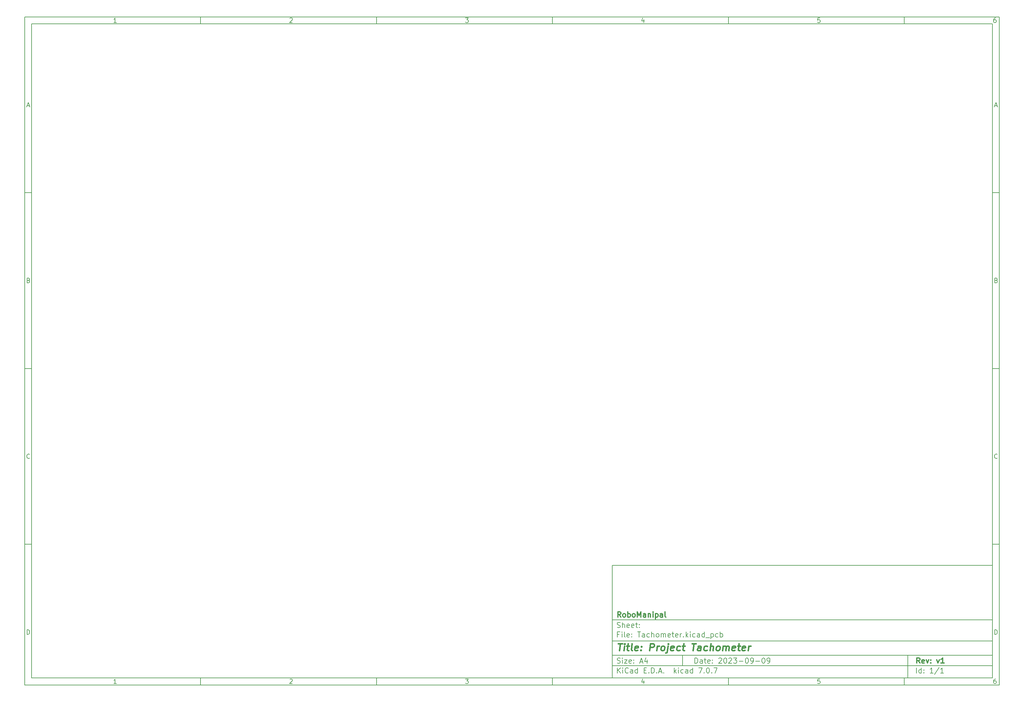
<source format=gbr>
%TF.GenerationSoftware,KiCad,Pcbnew,7.0.7*%
%TF.CreationDate,2023-09-17T23:44:39+05:30*%
%TF.ProjectId,Tachometer,54616368-6f6d-4657-9465-722e6b696361,v1*%
%TF.SameCoordinates,Original*%
%TF.FileFunction,Other,Comment*%
%FSLAX46Y46*%
G04 Gerber Fmt 4.6, Leading zero omitted, Abs format (unit mm)*
G04 Created by KiCad (PCBNEW 7.0.7) date 2023-09-17 23:44:39*
%MOMM*%
%LPD*%
G01*
G04 APERTURE LIST*
%ADD10C,0.100000*%
%ADD11C,0.150000*%
%ADD12C,0.300000*%
%ADD13C,0.400000*%
G04 APERTURE END LIST*
D10*
D11*
X177002200Y-166007200D02*
X285002200Y-166007200D01*
X285002200Y-198007200D01*
X177002200Y-198007200D01*
X177002200Y-166007200D01*
D10*
D11*
X10000000Y-10000000D02*
X287002200Y-10000000D01*
X287002200Y-200007200D01*
X10000000Y-200007200D01*
X10000000Y-10000000D01*
D10*
D11*
X12000000Y-12000000D02*
X285002200Y-12000000D01*
X285002200Y-198007200D01*
X12000000Y-198007200D01*
X12000000Y-12000000D01*
D10*
D11*
X60000000Y-12000000D02*
X60000000Y-10000000D01*
D10*
D11*
X110000000Y-12000000D02*
X110000000Y-10000000D01*
D10*
D11*
X160000000Y-12000000D02*
X160000000Y-10000000D01*
D10*
D11*
X210000000Y-12000000D02*
X210000000Y-10000000D01*
D10*
D11*
X260000000Y-12000000D02*
X260000000Y-10000000D01*
D10*
D11*
X36089160Y-11593604D02*
X35346303Y-11593604D01*
X35717731Y-11593604D02*
X35717731Y-10293604D01*
X35717731Y-10293604D02*
X35593922Y-10479319D01*
X35593922Y-10479319D02*
X35470112Y-10603128D01*
X35470112Y-10603128D02*
X35346303Y-10665033D01*
D10*
D11*
X85346303Y-10417414D02*
X85408207Y-10355509D01*
X85408207Y-10355509D02*
X85532017Y-10293604D01*
X85532017Y-10293604D02*
X85841541Y-10293604D01*
X85841541Y-10293604D02*
X85965350Y-10355509D01*
X85965350Y-10355509D02*
X86027255Y-10417414D01*
X86027255Y-10417414D02*
X86089160Y-10541223D01*
X86089160Y-10541223D02*
X86089160Y-10665033D01*
X86089160Y-10665033D02*
X86027255Y-10850747D01*
X86027255Y-10850747D02*
X85284398Y-11593604D01*
X85284398Y-11593604D02*
X86089160Y-11593604D01*
D10*
D11*
X135284398Y-10293604D02*
X136089160Y-10293604D01*
X136089160Y-10293604D02*
X135655826Y-10788842D01*
X135655826Y-10788842D02*
X135841541Y-10788842D01*
X135841541Y-10788842D02*
X135965350Y-10850747D01*
X135965350Y-10850747D02*
X136027255Y-10912652D01*
X136027255Y-10912652D02*
X136089160Y-11036461D01*
X136089160Y-11036461D02*
X136089160Y-11345985D01*
X136089160Y-11345985D02*
X136027255Y-11469795D01*
X136027255Y-11469795D02*
X135965350Y-11531700D01*
X135965350Y-11531700D02*
X135841541Y-11593604D01*
X135841541Y-11593604D02*
X135470112Y-11593604D01*
X135470112Y-11593604D02*
X135346303Y-11531700D01*
X135346303Y-11531700D02*
X135284398Y-11469795D01*
D10*
D11*
X185965350Y-10726938D02*
X185965350Y-11593604D01*
X185655826Y-10231700D02*
X185346303Y-11160271D01*
X185346303Y-11160271D02*
X186151064Y-11160271D01*
D10*
D11*
X236027255Y-10293604D02*
X235408207Y-10293604D01*
X235408207Y-10293604D02*
X235346303Y-10912652D01*
X235346303Y-10912652D02*
X235408207Y-10850747D01*
X235408207Y-10850747D02*
X235532017Y-10788842D01*
X235532017Y-10788842D02*
X235841541Y-10788842D01*
X235841541Y-10788842D02*
X235965350Y-10850747D01*
X235965350Y-10850747D02*
X236027255Y-10912652D01*
X236027255Y-10912652D02*
X236089160Y-11036461D01*
X236089160Y-11036461D02*
X236089160Y-11345985D01*
X236089160Y-11345985D02*
X236027255Y-11469795D01*
X236027255Y-11469795D02*
X235965350Y-11531700D01*
X235965350Y-11531700D02*
X235841541Y-11593604D01*
X235841541Y-11593604D02*
X235532017Y-11593604D01*
X235532017Y-11593604D02*
X235408207Y-11531700D01*
X235408207Y-11531700D02*
X235346303Y-11469795D01*
D10*
D11*
X285965350Y-10293604D02*
X285717731Y-10293604D01*
X285717731Y-10293604D02*
X285593922Y-10355509D01*
X285593922Y-10355509D02*
X285532017Y-10417414D01*
X285532017Y-10417414D02*
X285408207Y-10603128D01*
X285408207Y-10603128D02*
X285346303Y-10850747D01*
X285346303Y-10850747D02*
X285346303Y-11345985D01*
X285346303Y-11345985D02*
X285408207Y-11469795D01*
X285408207Y-11469795D02*
X285470112Y-11531700D01*
X285470112Y-11531700D02*
X285593922Y-11593604D01*
X285593922Y-11593604D02*
X285841541Y-11593604D01*
X285841541Y-11593604D02*
X285965350Y-11531700D01*
X285965350Y-11531700D02*
X286027255Y-11469795D01*
X286027255Y-11469795D02*
X286089160Y-11345985D01*
X286089160Y-11345985D02*
X286089160Y-11036461D01*
X286089160Y-11036461D02*
X286027255Y-10912652D01*
X286027255Y-10912652D02*
X285965350Y-10850747D01*
X285965350Y-10850747D02*
X285841541Y-10788842D01*
X285841541Y-10788842D02*
X285593922Y-10788842D01*
X285593922Y-10788842D02*
X285470112Y-10850747D01*
X285470112Y-10850747D02*
X285408207Y-10912652D01*
X285408207Y-10912652D02*
X285346303Y-11036461D01*
D10*
D11*
X60000000Y-198007200D02*
X60000000Y-200007200D01*
D10*
D11*
X110000000Y-198007200D02*
X110000000Y-200007200D01*
D10*
D11*
X160000000Y-198007200D02*
X160000000Y-200007200D01*
D10*
D11*
X210000000Y-198007200D02*
X210000000Y-200007200D01*
D10*
D11*
X260000000Y-198007200D02*
X260000000Y-200007200D01*
D10*
D11*
X36089160Y-199600804D02*
X35346303Y-199600804D01*
X35717731Y-199600804D02*
X35717731Y-198300804D01*
X35717731Y-198300804D02*
X35593922Y-198486519D01*
X35593922Y-198486519D02*
X35470112Y-198610328D01*
X35470112Y-198610328D02*
X35346303Y-198672233D01*
D10*
D11*
X85346303Y-198424614D02*
X85408207Y-198362709D01*
X85408207Y-198362709D02*
X85532017Y-198300804D01*
X85532017Y-198300804D02*
X85841541Y-198300804D01*
X85841541Y-198300804D02*
X85965350Y-198362709D01*
X85965350Y-198362709D02*
X86027255Y-198424614D01*
X86027255Y-198424614D02*
X86089160Y-198548423D01*
X86089160Y-198548423D02*
X86089160Y-198672233D01*
X86089160Y-198672233D02*
X86027255Y-198857947D01*
X86027255Y-198857947D02*
X85284398Y-199600804D01*
X85284398Y-199600804D02*
X86089160Y-199600804D01*
D10*
D11*
X135284398Y-198300804D02*
X136089160Y-198300804D01*
X136089160Y-198300804D02*
X135655826Y-198796042D01*
X135655826Y-198796042D02*
X135841541Y-198796042D01*
X135841541Y-198796042D02*
X135965350Y-198857947D01*
X135965350Y-198857947D02*
X136027255Y-198919852D01*
X136027255Y-198919852D02*
X136089160Y-199043661D01*
X136089160Y-199043661D02*
X136089160Y-199353185D01*
X136089160Y-199353185D02*
X136027255Y-199476995D01*
X136027255Y-199476995D02*
X135965350Y-199538900D01*
X135965350Y-199538900D02*
X135841541Y-199600804D01*
X135841541Y-199600804D02*
X135470112Y-199600804D01*
X135470112Y-199600804D02*
X135346303Y-199538900D01*
X135346303Y-199538900D02*
X135284398Y-199476995D01*
D10*
D11*
X185965350Y-198734138D02*
X185965350Y-199600804D01*
X185655826Y-198238900D02*
X185346303Y-199167471D01*
X185346303Y-199167471D02*
X186151064Y-199167471D01*
D10*
D11*
X236027255Y-198300804D02*
X235408207Y-198300804D01*
X235408207Y-198300804D02*
X235346303Y-198919852D01*
X235346303Y-198919852D02*
X235408207Y-198857947D01*
X235408207Y-198857947D02*
X235532017Y-198796042D01*
X235532017Y-198796042D02*
X235841541Y-198796042D01*
X235841541Y-198796042D02*
X235965350Y-198857947D01*
X235965350Y-198857947D02*
X236027255Y-198919852D01*
X236027255Y-198919852D02*
X236089160Y-199043661D01*
X236089160Y-199043661D02*
X236089160Y-199353185D01*
X236089160Y-199353185D02*
X236027255Y-199476995D01*
X236027255Y-199476995D02*
X235965350Y-199538900D01*
X235965350Y-199538900D02*
X235841541Y-199600804D01*
X235841541Y-199600804D02*
X235532017Y-199600804D01*
X235532017Y-199600804D02*
X235408207Y-199538900D01*
X235408207Y-199538900D02*
X235346303Y-199476995D01*
D10*
D11*
X285965350Y-198300804D02*
X285717731Y-198300804D01*
X285717731Y-198300804D02*
X285593922Y-198362709D01*
X285593922Y-198362709D02*
X285532017Y-198424614D01*
X285532017Y-198424614D02*
X285408207Y-198610328D01*
X285408207Y-198610328D02*
X285346303Y-198857947D01*
X285346303Y-198857947D02*
X285346303Y-199353185D01*
X285346303Y-199353185D02*
X285408207Y-199476995D01*
X285408207Y-199476995D02*
X285470112Y-199538900D01*
X285470112Y-199538900D02*
X285593922Y-199600804D01*
X285593922Y-199600804D02*
X285841541Y-199600804D01*
X285841541Y-199600804D02*
X285965350Y-199538900D01*
X285965350Y-199538900D02*
X286027255Y-199476995D01*
X286027255Y-199476995D02*
X286089160Y-199353185D01*
X286089160Y-199353185D02*
X286089160Y-199043661D01*
X286089160Y-199043661D02*
X286027255Y-198919852D01*
X286027255Y-198919852D02*
X285965350Y-198857947D01*
X285965350Y-198857947D02*
X285841541Y-198796042D01*
X285841541Y-198796042D02*
X285593922Y-198796042D01*
X285593922Y-198796042D02*
X285470112Y-198857947D01*
X285470112Y-198857947D02*
X285408207Y-198919852D01*
X285408207Y-198919852D02*
X285346303Y-199043661D01*
D10*
D11*
X10000000Y-60000000D02*
X12000000Y-60000000D01*
D10*
D11*
X10000000Y-110000000D02*
X12000000Y-110000000D01*
D10*
D11*
X10000000Y-160000000D02*
X12000000Y-160000000D01*
D10*
D11*
X10690476Y-35222176D02*
X11309523Y-35222176D01*
X10566666Y-35593604D02*
X10999999Y-34293604D01*
X10999999Y-34293604D02*
X11433333Y-35593604D01*
D10*
D11*
X11092857Y-84912652D02*
X11278571Y-84974557D01*
X11278571Y-84974557D02*
X11340476Y-85036461D01*
X11340476Y-85036461D02*
X11402380Y-85160271D01*
X11402380Y-85160271D02*
X11402380Y-85345985D01*
X11402380Y-85345985D02*
X11340476Y-85469795D01*
X11340476Y-85469795D02*
X11278571Y-85531700D01*
X11278571Y-85531700D02*
X11154761Y-85593604D01*
X11154761Y-85593604D02*
X10659523Y-85593604D01*
X10659523Y-85593604D02*
X10659523Y-84293604D01*
X10659523Y-84293604D02*
X11092857Y-84293604D01*
X11092857Y-84293604D02*
X11216666Y-84355509D01*
X11216666Y-84355509D02*
X11278571Y-84417414D01*
X11278571Y-84417414D02*
X11340476Y-84541223D01*
X11340476Y-84541223D02*
X11340476Y-84665033D01*
X11340476Y-84665033D02*
X11278571Y-84788842D01*
X11278571Y-84788842D02*
X11216666Y-84850747D01*
X11216666Y-84850747D02*
X11092857Y-84912652D01*
X11092857Y-84912652D02*
X10659523Y-84912652D01*
D10*
D11*
X11402380Y-135469795D02*
X11340476Y-135531700D01*
X11340476Y-135531700D02*
X11154761Y-135593604D01*
X11154761Y-135593604D02*
X11030952Y-135593604D01*
X11030952Y-135593604D02*
X10845238Y-135531700D01*
X10845238Y-135531700D02*
X10721428Y-135407890D01*
X10721428Y-135407890D02*
X10659523Y-135284080D01*
X10659523Y-135284080D02*
X10597619Y-135036461D01*
X10597619Y-135036461D02*
X10597619Y-134850747D01*
X10597619Y-134850747D02*
X10659523Y-134603128D01*
X10659523Y-134603128D02*
X10721428Y-134479319D01*
X10721428Y-134479319D02*
X10845238Y-134355509D01*
X10845238Y-134355509D02*
X11030952Y-134293604D01*
X11030952Y-134293604D02*
X11154761Y-134293604D01*
X11154761Y-134293604D02*
X11340476Y-134355509D01*
X11340476Y-134355509D02*
X11402380Y-134417414D01*
D10*
D11*
X10659523Y-185593604D02*
X10659523Y-184293604D01*
X10659523Y-184293604D02*
X10969047Y-184293604D01*
X10969047Y-184293604D02*
X11154761Y-184355509D01*
X11154761Y-184355509D02*
X11278571Y-184479319D01*
X11278571Y-184479319D02*
X11340476Y-184603128D01*
X11340476Y-184603128D02*
X11402380Y-184850747D01*
X11402380Y-184850747D02*
X11402380Y-185036461D01*
X11402380Y-185036461D02*
X11340476Y-185284080D01*
X11340476Y-185284080D02*
X11278571Y-185407890D01*
X11278571Y-185407890D02*
X11154761Y-185531700D01*
X11154761Y-185531700D02*
X10969047Y-185593604D01*
X10969047Y-185593604D02*
X10659523Y-185593604D01*
D10*
D11*
X287002200Y-60000000D02*
X285002200Y-60000000D01*
D10*
D11*
X287002200Y-110000000D02*
X285002200Y-110000000D01*
D10*
D11*
X287002200Y-160000000D02*
X285002200Y-160000000D01*
D10*
D11*
X285692676Y-35222176D02*
X286311723Y-35222176D01*
X285568866Y-35593604D02*
X286002199Y-34293604D01*
X286002199Y-34293604D02*
X286435533Y-35593604D01*
D10*
D11*
X286095057Y-84912652D02*
X286280771Y-84974557D01*
X286280771Y-84974557D02*
X286342676Y-85036461D01*
X286342676Y-85036461D02*
X286404580Y-85160271D01*
X286404580Y-85160271D02*
X286404580Y-85345985D01*
X286404580Y-85345985D02*
X286342676Y-85469795D01*
X286342676Y-85469795D02*
X286280771Y-85531700D01*
X286280771Y-85531700D02*
X286156961Y-85593604D01*
X286156961Y-85593604D02*
X285661723Y-85593604D01*
X285661723Y-85593604D02*
X285661723Y-84293604D01*
X285661723Y-84293604D02*
X286095057Y-84293604D01*
X286095057Y-84293604D02*
X286218866Y-84355509D01*
X286218866Y-84355509D02*
X286280771Y-84417414D01*
X286280771Y-84417414D02*
X286342676Y-84541223D01*
X286342676Y-84541223D02*
X286342676Y-84665033D01*
X286342676Y-84665033D02*
X286280771Y-84788842D01*
X286280771Y-84788842D02*
X286218866Y-84850747D01*
X286218866Y-84850747D02*
X286095057Y-84912652D01*
X286095057Y-84912652D02*
X285661723Y-84912652D01*
D10*
D11*
X286404580Y-135469795D02*
X286342676Y-135531700D01*
X286342676Y-135531700D02*
X286156961Y-135593604D01*
X286156961Y-135593604D02*
X286033152Y-135593604D01*
X286033152Y-135593604D02*
X285847438Y-135531700D01*
X285847438Y-135531700D02*
X285723628Y-135407890D01*
X285723628Y-135407890D02*
X285661723Y-135284080D01*
X285661723Y-135284080D02*
X285599819Y-135036461D01*
X285599819Y-135036461D02*
X285599819Y-134850747D01*
X285599819Y-134850747D02*
X285661723Y-134603128D01*
X285661723Y-134603128D02*
X285723628Y-134479319D01*
X285723628Y-134479319D02*
X285847438Y-134355509D01*
X285847438Y-134355509D02*
X286033152Y-134293604D01*
X286033152Y-134293604D02*
X286156961Y-134293604D01*
X286156961Y-134293604D02*
X286342676Y-134355509D01*
X286342676Y-134355509D02*
X286404580Y-134417414D01*
D10*
D11*
X285661723Y-185593604D02*
X285661723Y-184293604D01*
X285661723Y-184293604D02*
X285971247Y-184293604D01*
X285971247Y-184293604D02*
X286156961Y-184355509D01*
X286156961Y-184355509D02*
X286280771Y-184479319D01*
X286280771Y-184479319D02*
X286342676Y-184603128D01*
X286342676Y-184603128D02*
X286404580Y-184850747D01*
X286404580Y-184850747D02*
X286404580Y-185036461D01*
X286404580Y-185036461D02*
X286342676Y-185284080D01*
X286342676Y-185284080D02*
X286280771Y-185407890D01*
X286280771Y-185407890D02*
X286156961Y-185531700D01*
X286156961Y-185531700D02*
X285971247Y-185593604D01*
X285971247Y-185593604D02*
X285661723Y-185593604D01*
D10*
D11*
X200458026Y-193793328D02*
X200458026Y-192293328D01*
X200458026Y-192293328D02*
X200815169Y-192293328D01*
X200815169Y-192293328D02*
X201029455Y-192364757D01*
X201029455Y-192364757D02*
X201172312Y-192507614D01*
X201172312Y-192507614D02*
X201243741Y-192650471D01*
X201243741Y-192650471D02*
X201315169Y-192936185D01*
X201315169Y-192936185D02*
X201315169Y-193150471D01*
X201315169Y-193150471D02*
X201243741Y-193436185D01*
X201243741Y-193436185D02*
X201172312Y-193579042D01*
X201172312Y-193579042D02*
X201029455Y-193721900D01*
X201029455Y-193721900D02*
X200815169Y-193793328D01*
X200815169Y-193793328D02*
X200458026Y-193793328D01*
X202600884Y-193793328D02*
X202600884Y-193007614D01*
X202600884Y-193007614D02*
X202529455Y-192864757D01*
X202529455Y-192864757D02*
X202386598Y-192793328D01*
X202386598Y-192793328D02*
X202100884Y-192793328D01*
X202100884Y-192793328D02*
X201958026Y-192864757D01*
X202600884Y-193721900D02*
X202458026Y-193793328D01*
X202458026Y-193793328D02*
X202100884Y-193793328D01*
X202100884Y-193793328D02*
X201958026Y-193721900D01*
X201958026Y-193721900D02*
X201886598Y-193579042D01*
X201886598Y-193579042D02*
X201886598Y-193436185D01*
X201886598Y-193436185D02*
X201958026Y-193293328D01*
X201958026Y-193293328D02*
X202100884Y-193221900D01*
X202100884Y-193221900D02*
X202458026Y-193221900D01*
X202458026Y-193221900D02*
X202600884Y-193150471D01*
X203100884Y-192793328D02*
X203672312Y-192793328D01*
X203315169Y-192293328D02*
X203315169Y-193579042D01*
X203315169Y-193579042D02*
X203386598Y-193721900D01*
X203386598Y-193721900D02*
X203529455Y-193793328D01*
X203529455Y-193793328D02*
X203672312Y-193793328D01*
X204743741Y-193721900D02*
X204600884Y-193793328D01*
X204600884Y-193793328D02*
X204315170Y-193793328D01*
X204315170Y-193793328D02*
X204172312Y-193721900D01*
X204172312Y-193721900D02*
X204100884Y-193579042D01*
X204100884Y-193579042D02*
X204100884Y-193007614D01*
X204100884Y-193007614D02*
X204172312Y-192864757D01*
X204172312Y-192864757D02*
X204315170Y-192793328D01*
X204315170Y-192793328D02*
X204600884Y-192793328D01*
X204600884Y-192793328D02*
X204743741Y-192864757D01*
X204743741Y-192864757D02*
X204815170Y-193007614D01*
X204815170Y-193007614D02*
X204815170Y-193150471D01*
X204815170Y-193150471D02*
X204100884Y-193293328D01*
X205458026Y-193650471D02*
X205529455Y-193721900D01*
X205529455Y-193721900D02*
X205458026Y-193793328D01*
X205458026Y-193793328D02*
X205386598Y-193721900D01*
X205386598Y-193721900D02*
X205458026Y-193650471D01*
X205458026Y-193650471D02*
X205458026Y-193793328D01*
X205458026Y-192864757D02*
X205529455Y-192936185D01*
X205529455Y-192936185D02*
X205458026Y-193007614D01*
X205458026Y-193007614D02*
X205386598Y-192936185D01*
X205386598Y-192936185D02*
X205458026Y-192864757D01*
X205458026Y-192864757D02*
X205458026Y-193007614D01*
X207243741Y-192436185D02*
X207315169Y-192364757D01*
X207315169Y-192364757D02*
X207458027Y-192293328D01*
X207458027Y-192293328D02*
X207815169Y-192293328D01*
X207815169Y-192293328D02*
X207958027Y-192364757D01*
X207958027Y-192364757D02*
X208029455Y-192436185D01*
X208029455Y-192436185D02*
X208100884Y-192579042D01*
X208100884Y-192579042D02*
X208100884Y-192721900D01*
X208100884Y-192721900D02*
X208029455Y-192936185D01*
X208029455Y-192936185D02*
X207172312Y-193793328D01*
X207172312Y-193793328D02*
X208100884Y-193793328D01*
X209029455Y-192293328D02*
X209172312Y-192293328D01*
X209172312Y-192293328D02*
X209315169Y-192364757D01*
X209315169Y-192364757D02*
X209386598Y-192436185D01*
X209386598Y-192436185D02*
X209458026Y-192579042D01*
X209458026Y-192579042D02*
X209529455Y-192864757D01*
X209529455Y-192864757D02*
X209529455Y-193221900D01*
X209529455Y-193221900D02*
X209458026Y-193507614D01*
X209458026Y-193507614D02*
X209386598Y-193650471D01*
X209386598Y-193650471D02*
X209315169Y-193721900D01*
X209315169Y-193721900D02*
X209172312Y-193793328D01*
X209172312Y-193793328D02*
X209029455Y-193793328D01*
X209029455Y-193793328D02*
X208886598Y-193721900D01*
X208886598Y-193721900D02*
X208815169Y-193650471D01*
X208815169Y-193650471D02*
X208743740Y-193507614D01*
X208743740Y-193507614D02*
X208672312Y-193221900D01*
X208672312Y-193221900D02*
X208672312Y-192864757D01*
X208672312Y-192864757D02*
X208743740Y-192579042D01*
X208743740Y-192579042D02*
X208815169Y-192436185D01*
X208815169Y-192436185D02*
X208886598Y-192364757D01*
X208886598Y-192364757D02*
X209029455Y-192293328D01*
X210100883Y-192436185D02*
X210172311Y-192364757D01*
X210172311Y-192364757D02*
X210315169Y-192293328D01*
X210315169Y-192293328D02*
X210672311Y-192293328D01*
X210672311Y-192293328D02*
X210815169Y-192364757D01*
X210815169Y-192364757D02*
X210886597Y-192436185D01*
X210886597Y-192436185D02*
X210958026Y-192579042D01*
X210958026Y-192579042D02*
X210958026Y-192721900D01*
X210958026Y-192721900D02*
X210886597Y-192936185D01*
X210886597Y-192936185D02*
X210029454Y-193793328D01*
X210029454Y-193793328D02*
X210958026Y-193793328D01*
X211458025Y-192293328D02*
X212386597Y-192293328D01*
X212386597Y-192293328D02*
X211886597Y-192864757D01*
X211886597Y-192864757D02*
X212100882Y-192864757D01*
X212100882Y-192864757D02*
X212243740Y-192936185D01*
X212243740Y-192936185D02*
X212315168Y-193007614D01*
X212315168Y-193007614D02*
X212386597Y-193150471D01*
X212386597Y-193150471D02*
X212386597Y-193507614D01*
X212386597Y-193507614D02*
X212315168Y-193650471D01*
X212315168Y-193650471D02*
X212243740Y-193721900D01*
X212243740Y-193721900D02*
X212100882Y-193793328D01*
X212100882Y-193793328D02*
X211672311Y-193793328D01*
X211672311Y-193793328D02*
X211529454Y-193721900D01*
X211529454Y-193721900D02*
X211458025Y-193650471D01*
X213029453Y-193221900D02*
X214172311Y-193221900D01*
X215172311Y-192293328D02*
X215315168Y-192293328D01*
X215315168Y-192293328D02*
X215458025Y-192364757D01*
X215458025Y-192364757D02*
X215529454Y-192436185D01*
X215529454Y-192436185D02*
X215600882Y-192579042D01*
X215600882Y-192579042D02*
X215672311Y-192864757D01*
X215672311Y-192864757D02*
X215672311Y-193221900D01*
X215672311Y-193221900D02*
X215600882Y-193507614D01*
X215600882Y-193507614D02*
X215529454Y-193650471D01*
X215529454Y-193650471D02*
X215458025Y-193721900D01*
X215458025Y-193721900D02*
X215315168Y-193793328D01*
X215315168Y-193793328D02*
X215172311Y-193793328D01*
X215172311Y-193793328D02*
X215029454Y-193721900D01*
X215029454Y-193721900D02*
X214958025Y-193650471D01*
X214958025Y-193650471D02*
X214886596Y-193507614D01*
X214886596Y-193507614D02*
X214815168Y-193221900D01*
X214815168Y-193221900D02*
X214815168Y-192864757D01*
X214815168Y-192864757D02*
X214886596Y-192579042D01*
X214886596Y-192579042D02*
X214958025Y-192436185D01*
X214958025Y-192436185D02*
X215029454Y-192364757D01*
X215029454Y-192364757D02*
X215172311Y-192293328D01*
X216386596Y-193793328D02*
X216672310Y-193793328D01*
X216672310Y-193793328D02*
X216815167Y-193721900D01*
X216815167Y-193721900D02*
X216886596Y-193650471D01*
X216886596Y-193650471D02*
X217029453Y-193436185D01*
X217029453Y-193436185D02*
X217100882Y-193150471D01*
X217100882Y-193150471D02*
X217100882Y-192579042D01*
X217100882Y-192579042D02*
X217029453Y-192436185D01*
X217029453Y-192436185D02*
X216958025Y-192364757D01*
X216958025Y-192364757D02*
X216815167Y-192293328D01*
X216815167Y-192293328D02*
X216529453Y-192293328D01*
X216529453Y-192293328D02*
X216386596Y-192364757D01*
X216386596Y-192364757D02*
X216315167Y-192436185D01*
X216315167Y-192436185D02*
X216243739Y-192579042D01*
X216243739Y-192579042D02*
X216243739Y-192936185D01*
X216243739Y-192936185D02*
X216315167Y-193079042D01*
X216315167Y-193079042D02*
X216386596Y-193150471D01*
X216386596Y-193150471D02*
X216529453Y-193221900D01*
X216529453Y-193221900D02*
X216815167Y-193221900D01*
X216815167Y-193221900D02*
X216958025Y-193150471D01*
X216958025Y-193150471D02*
X217029453Y-193079042D01*
X217029453Y-193079042D02*
X217100882Y-192936185D01*
X217743738Y-193221900D02*
X218886596Y-193221900D01*
X219886596Y-192293328D02*
X220029453Y-192293328D01*
X220029453Y-192293328D02*
X220172310Y-192364757D01*
X220172310Y-192364757D02*
X220243739Y-192436185D01*
X220243739Y-192436185D02*
X220315167Y-192579042D01*
X220315167Y-192579042D02*
X220386596Y-192864757D01*
X220386596Y-192864757D02*
X220386596Y-193221900D01*
X220386596Y-193221900D02*
X220315167Y-193507614D01*
X220315167Y-193507614D02*
X220243739Y-193650471D01*
X220243739Y-193650471D02*
X220172310Y-193721900D01*
X220172310Y-193721900D02*
X220029453Y-193793328D01*
X220029453Y-193793328D02*
X219886596Y-193793328D01*
X219886596Y-193793328D02*
X219743739Y-193721900D01*
X219743739Y-193721900D02*
X219672310Y-193650471D01*
X219672310Y-193650471D02*
X219600881Y-193507614D01*
X219600881Y-193507614D02*
X219529453Y-193221900D01*
X219529453Y-193221900D02*
X219529453Y-192864757D01*
X219529453Y-192864757D02*
X219600881Y-192579042D01*
X219600881Y-192579042D02*
X219672310Y-192436185D01*
X219672310Y-192436185D02*
X219743739Y-192364757D01*
X219743739Y-192364757D02*
X219886596Y-192293328D01*
X221100881Y-193793328D02*
X221386595Y-193793328D01*
X221386595Y-193793328D02*
X221529452Y-193721900D01*
X221529452Y-193721900D02*
X221600881Y-193650471D01*
X221600881Y-193650471D02*
X221743738Y-193436185D01*
X221743738Y-193436185D02*
X221815167Y-193150471D01*
X221815167Y-193150471D02*
X221815167Y-192579042D01*
X221815167Y-192579042D02*
X221743738Y-192436185D01*
X221743738Y-192436185D02*
X221672310Y-192364757D01*
X221672310Y-192364757D02*
X221529452Y-192293328D01*
X221529452Y-192293328D02*
X221243738Y-192293328D01*
X221243738Y-192293328D02*
X221100881Y-192364757D01*
X221100881Y-192364757D02*
X221029452Y-192436185D01*
X221029452Y-192436185D02*
X220958024Y-192579042D01*
X220958024Y-192579042D02*
X220958024Y-192936185D01*
X220958024Y-192936185D02*
X221029452Y-193079042D01*
X221029452Y-193079042D02*
X221100881Y-193150471D01*
X221100881Y-193150471D02*
X221243738Y-193221900D01*
X221243738Y-193221900D02*
X221529452Y-193221900D01*
X221529452Y-193221900D02*
X221672310Y-193150471D01*
X221672310Y-193150471D02*
X221743738Y-193079042D01*
X221743738Y-193079042D02*
X221815167Y-192936185D01*
D10*
D11*
X177002200Y-194507200D02*
X285002200Y-194507200D01*
D10*
D11*
X178458026Y-196593328D02*
X178458026Y-195093328D01*
X179315169Y-196593328D02*
X178672312Y-195736185D01*
X179315169Y-195093328D02*
X178458026Y-195950471D01*
X179958026Y-196593328D02*
X179958026Y-195593328D01*
X179958026Y-195093328D02*
X179886598Y-195164757D01*
X179886598Y-195164757D02*
X179958026Y-195236185D01*
X179958026Y-195236185D02*
X180029455Y-195164757D01*
X180029455Y-195164757D02*
X179958026Y-195093328D01*
X179958026Y-195093328D02*
X179958026Y-195236185D01*
X181529455Y-196450471D02*
X181458027Y-196521900D01*
X181458027Y-196521900D02*
X181243741Y-196593328D01*
X181243741Y-196593328D02*
X181100884Y-196593328D01*
X181100884Y-196593328D02*
X180886598Y-196521900D01*
X180886598Y-196521900D02*
X180743741Y-196379042D01*
X180743741Y-196379042D02*
X180672312Y-196236185D01*
X180672312Y-196236185D02*
X180600884Y-195950471D01*
X180600884Y-195950471D02*
X180600884Y-195736185D01*
X180600884Y-195736185D02*
X180672312Y-195450471D01*
X180672312Y-195450471D02*
X180743741Y-195307614D01*
X180743741Y-195307614D02*
X180886598Y-195164757D01*
X180886598Y-195164757D02*
X181100884Y-195093328D01*
X181100884Y-195093328D02*
X181243741Y-195093328D01*
X181243741Y-195093328D02*
X181458027Y-195164757D01*
X181458027Y-195164757D02*
X181529455Y-195236185D01*
X182815170Y-196593328D02*
X182815170Y-195807614D01*
X182815170Y-195807614D02*
X182743741Y-195664757D01*
X182743741Y-195664757D02*
X182600884Y-195593328D01*
X182600884Y-195593328D02*
X182315170Y-195593328D01*
X182315170Y-195593328D02*
X182172312Y-195664757D01*
X182815170Y-196521900D02*
X182672312Y-196593328D01*
X182672312Y-196593328D02*
X182315170Y-196593328D01*
X182315170Y-196593328D02*
X182172312Y-196521900D01*
X182172312Y-196521900D02*
X182100884Y-196379042D01*
X182100884Y-196379042D02*
X182100884Y-196236185D01*
X182100884Y-196236185D02*
X182172312Y-196093328D01*
X182172312Y-196093328D02*
X182315170Y-196021900D01*
X182315170Y-196021900D02*
X182672312Y-196021900D01*
X182672312Y-196021900D02*
X182815170Y-195950471D01*
X184172313Y-196593328D02*
X184172313Y-195093328D01*
X184172313Y-196521900D02*
X184029455Y-196593328D01*
X184029455Y-196593328D02*
X183743741Y-196593328D01*
X183743741Y-196593328D02*
X183600884Y-196521900D01*
X183600884Y-196521900D02*
X183529455Y-196450471D01*
X183529455Y-196450471D02*
X183458027Y-196307614D01*
X183458027Y-196307614D02*
X183458027Y-195879042D01*
X183458027Y-195879042D02*
X183529455Y-195736185D01*
X183529455Y-195736185D02*
X183600884Y-195664757D01*
X183600884Y-195664757D02*
X183743741Y-195593328D01*
X183743741Y-195593328D02*
X184029455Y-195593328D01*
X184029455Y-195593328D02*
X184172313Y-195664757D01*
X186029455Y-195807614D02*
X186529455Y-195807614D01*
X186743741Y-196593328D02*
X186029455Y-196593328D01*
X186029455Y-196593328D02*
X186029455Y-195093328D01*
X186029455Y-195093328D02*
X186743741Y-195093328D01*
X187386598Y-196450471D02*
X187458027Y-196521900D01*
X187458027Y-196521900D02*
X187386598Y-196593328D01*
X187386598Y-196593328D02*
X187315170Y-196521900D01*
X187315170Y-196521900D02*
X187386598Y-196450471D01*
X187386598Y-196450471D02*
X187386598Y-196593328D01*
X188100884Y-196593328D02*
X188100884Y-195093328D01*
X188100884Y-195093328D02*
X188458027Y-195093328D01*
X188458027Y-195093328D02*
X188672313Y-195164757D01*
X188672313Y-195164757D02*
X188815170Y-195307614D01*
X188815170Y-195307614D02*
X188886599Y-195450471D01*
X188886599Y-195450471D02*
X188958027Y-195736185D01*
X188958027Y-195736185D02*
X188958027Y-195950471D01*
X188958027Y-195950471D02*
X188886599Y-196236185D01*
X188886599Y-196236185D02*
X188815170Y-196379042D01*
X188815170Y-196379042D02*
X188672313Y-196521900D01*
X188672313Y-196521900D02*
X188458027Y-196593328D01*
X188458027Y-196593328D02*
X188100884Y-196593328D01*
X189600884Y-196450471D02*
X189672313Y-196521900D01*
X189672313Y-196521900D02*
X189600884Y-196593328D01*
X189600884Y-196593328D02*
X189529456Y-196521900D01*
X189529456Y-196521900D02*
X189600884Y-196450471D01*
X189600884Y-196450471D02*
X189600884Y-196593328D01*
X190243742Y-196164757D02*
X190958028Y-196164757D01*
X190100885Y-196593328D02*
X190600885Y-195093328D01*
X190600885Y-195093328D02*
X191100885Y-196593328D01*
X191600884Y-196450471D02*
X191672313Y-196521900D01*
X191672313Y-196521900D02*
X191600884Y-196593328D01*
X191600884Y-196593328D02*
X191529456Y-196521900D01*
X191529456Y-196521900D02*
X191600884Y-196450471D01*
X191600884Y-196450471D02*
X191600884Y-196593328D01*
X194600884Y-196593328D02*
X194600884Y-195093328D01*
X194743742Y-196021900D02*
X195172313Y-196593328D01*
X195172313Y-195593328D02*
X194600884Y-196164757D01*
X195815170Y-196593328D02*
X195815170Y-195593328D01*
X195815170Y-195093328D02*
X195743742Y-195164757D01*
X195743742Y-195164757D02*
X195815170Y-195236185D01*
X195815170Y-195236185D02*
X195886599Y-195164757D01*
X195886599Y-195164757D02*
X195815170Y-195093328D01*
X195815170Y-195093328D02*
X195815170Y-195236185D01*
X197172314Y-196521900D02*
X197029456Y-196593328D01*
X197029456Y-196593328D02*
X196743742Y-196593328D01*
X196743742Y-196593328D02*
X196600885Y-196521900D01*
X196600885Y-196521900D02*
X196529456Y-196450471D01*
X196529456Y-196450471D02*
X196458028Y-196307614D01*
X196458028Y-196307614D02*
X196458028Y-195879042D01*
X196458028Y-195879042D02*
X196529456Y-195736185D01*
X196529456Y-195736185D02*
X196600885Y-195664757D01*
X196600885Y-195664757D02*
X196743742Y-195593328D01*
X196743742Y-195593328D02*
X197029456Y-195593328D01*
X197029456Y-195593328D02*
X197172314Y-195664757D01*
X198458028Y-196593328D02*
X198458028Y-195807614D01*
X198458028Y-195807614D02*
X198386599Y-195664757D01*
X198386599Y-195664757D02*
X198243742Y-195593328D01*
X198243742Y-195593328D02*
X197958028Y-195593328D01*
X197958028Y-195593328D02*
X197815170Y-195664757D01*
X198458028Y-196521900D02*
X198315170Y-196593328D01*
X198315170Y-196593328D02*
X197958028Y-196593328D01*
X197958028Y-196593328D02*
X197815170Y-196521900D01*
X197815170Y-196521900D02*
X197743742Y-196379042D01*
X197743742Y-196379042D02*
X197743742Y-196236185D01*
X197743742Y-196236185D02*
X197815170Y-196093328D01*
X197815170Y-196093328D02*
X197958028Y-196021900D01*
X197958028Y-196021900D02*
X198315170Y-196021900D01*
X198315170Y-196021900D02*
X198458028Y-195950471D01*
X199815171Y-196593328D02*
X199815171Y-195093328D01*
X199815171Y-196521900D02*
X199672313Y-196593328D01*
X199672313Y-196593328D02*
X199386599Y-196593328D01*
X199386599Y-196593328D02*
X199243742Y-196521900D01*
X199243742Y-196521900D02*
X199172313Y-196450471D01*
X199172313Y-196450471D02*
X199100885Y-196307614D01*
X199100885Y-196307614D02*
X199100885Y-195879042D01*
X199100885Y-195879042D02*
X199172313Y-195736185D01*
X199172313Y-195736185D02*
X199243742Y-195664757D01*
X199243742Y-195664757D02*
X199386599Y-195593328D01*
X199386599Y-195593328D02*
X199672313Y-195593328D01*
X199672313Y-195593328D02*
X199815171Y-195664757D01*
X201529456Y-195093328D02*
X202529456Y-195093328D01*
X202529456Y-195093328D02*
X201886599Y-196593328D01*
X203100884Y-196450471D02*
X203172313Y-196521900D01*
X203172313Y-196521900D02*
X203100884Y-196593328D01*
X203100884Y-196593328D02*
X203029456Y-196521900D01*
X203029456Y-196521900D02*
X203100884Y-196450471D01*
X203100884Y-196450471D02*
X203100884Y-196593328D01*
X204100885Y-195093328D02*
X204243742Y-195093328D01*
X204243742Y-195093328D02*
X204386599Y-195164757D01*
X204386599Y-195164757D02*
X204458028Y-195236185D01*
X204458028Y-195236185D02*
X204529456Y-195379042D01*
X204529456Y-195379042D02*
X204600885Y-195664757D01*
X204600885Y-195664757D02*
X204600885Y-196021900D01*
X204600885Y-196021900D02*
X204529456Y-196307614D01*
X204529456Y-196307614D02*
X204458028Y-196450471D01*
X204458028Y-196450471D02*
X204386599Y-196521900D01*
X204386599Y-196521900D02*
X204243742Y-196593328D01*
X204243742Y-196593328D02*
X204100885Y-196593328D01*
X204100885Y-196593328D02*
X203958028Y-196521900D01*
X203958028Y-196521900D02*
X203886599Y-196450471D01*
X203886599Y-196450471D02*
X203815170Y-196307614D01*
X203815170Y-196307614D02*
X203743742Y-196021900D01*
X203743742Y-196021900D02*
X203743742Y-195664757D01*
X203743742Y-195664757D02*
X203815170Y-195379042D01*
X203815170Y-195379042D02*
X203886599Y-195236185D01*
X203886599Y-195236185D02*
X203958028Y-195164757D01*
X203958028Y-195164757D02*
X204100885Y-195093328D01*
X205243741Y-196450471D02*
X205315170Y-196521900D01*
X205315170Y-196521900D02*
X205243741Y-196593328D01*
X205243741Y-196593328D02*
X205172313Y-196521900D01*
X205172313Y-196521900D02*
X205243741Y-196450471D01*
X205243741Y-196450471D02*
X205243741Y-196593328D01*
X205815170Y-195093328D02*
X206815170Y-195093328D01*
X206815170Y-195093328D02*
X206172313Y-196593328D01*
D10*
D11*
X177002200Y-191507200D02*
X285002200Y-191507200D01*
D10*
D12*
X264413853Y-193785528D02*
X263913853Y-193071242D01*
X263556710Y-193785528D02*
X263556710Y-192285528D01*
X263556710Y-192285528D02*
X264128139Y-192285528D01*
X264128139Y-192285528D02*
X264270996Y-192356957D01*
X264270996Y-192356957D02*
X264342425Y-192428385D01*
X264342425Y-192428385D02*
X264413853Y-192571242D01*
X264413853Y-192571242D02*
X264413853Y-192785528D01*
X264413853Y-192785528D02*
X264342425Y-192928385D01*
X264342425Y-192928385D02*
X264270996Y-192999814D01*
X264270996Y-192999814D02*
X264128139Y-193071242D01*
X264128139Y-193071242D02*
X263556710Y-193071242D01*
X265628139Y-193714100D02*
X265485282Y-193785528D01*
X265485282Y-193785528D02*
X265199568Y-193785528D01*
X265199568Y-193785528D02*
X265056710Y-193714100D01*
X265056710Y-193714100D02*
X264985282Y-193571242D01*
X264985282Y-193571242D02*
X264985282Y-192999814D01*
X264985282Y-192999814D02*
X265056710Y-192856957D01*
X265056710Y-192856957D02*
X265199568Y-192785528D01*
X265199568Y-192785528D02*
X265485282Y-192785528D01*
X265485282Y-192785528D02*
X265628139Y-192856957D01*
X265628139Y-192856957D02*
X265699568Y-192999814D01*
X265699568Y-192999814D02*
X265699568Y-193142671D01*
X265699568Y-193142671D02*
X264985282Y-193285528D01*
X266199567Y-192785528D02*
X266556710Y-193785528D01*
X266556710Y-193785528D02*
X266913853Y-192785528D01*
X267485281Y-193642671D02*
X267556710Y-193714100D01*
X267556710Y-193714100D02*
X267485281Y-193785528D01*
X267485281Y-193785528D02*
X267413853Y-193714100D01*
X267413853Y-193714100D02*
X267485281Y-193642671D01*
X267485281Y-193642671D02*
X267485281Y-193785528D01*
X267485281Y-192856957D02*
X267556710Y-192928385D01*
X267556710Y-192928385D02*
X267485281Y-192999814D01*
X267485281Y-192999814D02*
X267413853Y-192928385D01*
X267413853Y-192928385D02*
X267485281Y-192856957D01*
X267485281Y-192856957D02*
X267485281Y-192999814D01*
X269199567Y-192785528D02*
X269556710Y-193785528D01*
X269556710Y-193785528D02*
X269913853Y-192785528D01*
X271270996Y-193785528D02*
X270413853Y-193785528D01*
X270842424Y-193785528D02*
X270842424Y-192285528D01*
X270842424Y-192285528D02*
X270699567Y-192499814D01*
X270699567Y-192499814D02*
X270556710Y-192642671D01*
X270556710Y-192642671D02*
X270413853Y-192714100D01*
D10*
D11*
X178386598Y-193721900D02*
X178600884Y-193793328D01*
X178600884Y-193793328D02*
X178958026Y-193793328D01*
X178958026Y-193793328D02*
X179100884Y-193721900D01*
X179100884Y-193721900D02*
X179172312Y-193650471D01*
X179172312Y-193650471D02*
X179243741Y-193507614D01*
X179243741Y-193507614D02*
X179243741Y-193364757D01*
X179243741Y-193364757D02*
X179172312Y-193221900D01*
X179172312Y-193221900D02*
X179100884Y-193150471D01*
X179100884Y-193150471D02*
X178958026Y-193079042D01*
X178958026Y-193079042D02*
X178672312Y-193007614D01*
X178672312Y-193007614D02*
X178529455Y-192936185D01*
X178529455Y-192936185D02*
X178458026Y-192864757D01*
X178458026Y-192864757D02*
X178386598Y-192721900D01*
X178386598Y-192721900D02*
X178386598Y-192579042D01*
X178386598Y-192579042D02*
X178458026Y-192436185D01*
X178458026Y-192436185D02*
X178529455Y-192364757D01*
X178529455Y-192364757D02*
X178672312Y-192293328D01*
X178672312Y-192293328D02*
X179029455Y-192293328D01*
X179029455Y-192293328D02*
X179243741Y-192364757D01*
X179886597Y-193793328D02*
X179886597Y-192793328D01*
X179886597Y-192293328D02*
X179815169Y-192364757D01*
X179815169Y-192364757D02*
X179886597Y-192436185D01*
X179886597Y-192436185D02*
X179958026Y-192364757D01*
X179958026Y-192364757D02*
X179886597Y-192293328D01*
X179886597Y-192293328D02*
X179886597Y-192436185D01*
X180458026Y-192793328D02*
X181243741Y-192793328D01*
X181243741Y-192793328D02*
X180458026Y-193793328D01*
X180458026Y-193793328D02*
X181243741Y-193793328D01*
X182386598Y-193721900D02*
X182243741Y-193793328D01*
X182243741Y-193793328D02*
X181958027Y-193793328D01*
X181958027Y-193793328D02*
X181815169Y-193721900D01*
X181815169Y-193721900D02*
X181743741Y-193579042D01*
X181743741Y-193579042D02*
X181743741Y-193007614D01*
X181743741Y-193007614D02*
X181815169Y-192864757D01*
X181815169Y-192864757D02*
X181958027Y-192793328D01*
X181958027Y-192793328D02*
X182243741Y-192793328D01*
X182243741Y-192793328D02*
X182386598Y-192864757D01*
X182386598Y-192864757D02*
X182458027Y-193007614D01*
X182458027Y-193007614D02*
X182458027Y-193150471D01*
X182458027Y-193150471D02*
X181743741Y-193293328D01*
X183100883Y-193650471D02*
X183172312Y-193721900D01*
X183172312Y-193721900D02*
X183100883Y-193793328D01*
X183100883Y-193793328D02*
X183029455Y-193721900D01*
X183029455Y-193721900D02*
X183100883Y-193650471D01*
X183100883Y-193650471D02*
X183100883Y-193793328D01*
X183100883Y-192864757D02*
X183172312Y-192936185D01*
X183172312Y-192936185D02*
X183100883Y-193007614D01*
X183100883Y-193007614D02*
X183029455Y-192936185D01*
X183029455Y-192936185D02*
X183100883Y-192864757D01*
X183100883Y-192864757D02*
X183100883Y-193007614D01*
X184886598Y-193364757D02*
X185600884Y-193364757D01*
X184743741Y-193793328D02*
X185243741Y-192293328D01*
X185243741Y-192293328D02*
X185743741Y-193793328D01*
X186886598Y-192793328D02*
X186886598Y-193793328D01*
X186529455Y-192221900D02*
X186172312Y-193293328D01*
X186172312Y-193293328D02*
X187100883Y-193293328D01*
D10*
D11*
X263458026Y-196593328D02*
X263458026Y-195093328D01*
X264815170Y-196593328D02*
X264815170Y-195093328D01*
X264815170Y-196521900D02*
X264672312Y-196593328D01*
X264672312Y-196593328D02*
X264386598Y-196593328D01*
X264386598Y-196593328D02*
X264243741Y-196521900D01*
X264243741Y-196521900D02*
X264172312Y-196450471D01*
X264172312Y-196450471D02*
X264100884Y-196307614D01*
X264100884Y-196307614D02*
X264100884Y-195879042D01*
X264100884Y-195879042D02*
X264172312Y-195736185D01*
X264172312Y-195736185D02*
X264243741Y-195664757D01*
X264243741Y-195664757D02*
X264386598Y-195593328D01*
X264386598Y-195593328D02*
X264672312Y-195593328D01*
X264672312Y-195593328D02*
X264815170Y-195664757D01*
X265529455Y-196450471D02*
X265600884Y-196521900D01*
X265600884Y-196521900D02*
X265529455Y-196593328D01*
X265529455Y-196593328D02*
X265458027Y-196521900D01*
X265458027Y-196521900D02*
X265529455Y-196450471D01*
X265529455Y-196450471D02*
X265529455Y-196593328D01*
X265529455Y-195664757D02*
X265600884Y-195736185D01*
X265600884Y-195736185D02*
X265529455Y-195807614D01*
X265529455Y-195807614D02*
X265458027Y-195736185D01*
X265458027Y-195736185D02*
X265529455Y-195664757D01*
X265529455Y-195664757D02*
X265529455Y-195807614D01*
X268172313Y-196593328D02*
X267315170Y-196593328D01*
X267743741Y-196593328D02*
X267743741Y-195093328D01*
X267743741Y-195093328D02*
X267600884Y-195307614D01*
X267600884Y-195307614D02*
X267458027Y-195450471D01*
X267458027Y-195450471D02*
X267315170Y-195521900D01*
X269886598Y-195021900D02*
X268600884Y-196950471D01*
X271172313Y-196593328D02*
X270315170Y-196593328D01*
X270743741Y-196593328D02*
X270743741Y-195093328D01*
X270743741Y-195093328D02*
X270600884Y-195307614D01*
X270600884Y-195307614D02*
X270458027Y-195450471D01*
X270458027Y-195450471D02*
X270315170Y-195521900D01*
D10*
D11*
X177002200Y-187507200D02*
X285002200Y-187507200D01*
D10*
D13*
X178693928Y-188211638D02*
X179836785Y-188211638D01*
X179015357Y-190211638D02*
X179265357Y-188211638D01*
X180253452Y-190211638D02*
X180420119Y-188878304D01*
X180503452Y-188211638D02*
X180396309Y-188306876D01*
X180396309Y-188306876D02*
X180479643Y-188402114D01*
X180479643Y-188402114D02*
X180586786Y-188306876D01*
X180586786Y-188306876D02*
X180503452Y-188211638D01*
X180503452Y-188211638D02*
X180479643Y-188402114D01*
X181086786Y-188878304D02*
X181848690Y-188878304D01*
X181455833Y-188211638D02*
X181241548Y-189925923D01*
X181241548Y-189925923D02*
X181312976Y-190116400D01*
X181312976Y-190116400D02*
X181491548Y-190211638D01*
X181491548Y-190211638D02*
X181682024Y-190211638D01*
X182634405Y-190211638D02*
X182455833Y-190116400D01*
X182455833Y-190116400D02*
X182384405Y-189925923D01*
X182384405Y-189925923D02*
X182598690Y-188211638D01*
X184170119Y-190116400D02*
X183967738Y-190211638D01*
X183967738Y-190211638D02*
X183586785Y-190211638D01*
X183586785Y-190211638D02*
X183408214Y-190116400D01*
X183408214Y-190116400D02*
X183336785Y-189925923D01*
X183336785Y-189925923D02*
X183432024Y-189164019D01*
X183432024Y-189164019D02*
X183551071Y-188973542D01*
X183551071Y-188973542D02*
X183753452Y-188878304D01*
X183753452Y-188878304D02*
X184134404Y-188878304D01*
X184134404Y-188878304D02*
X184312976Y-188973542D01*
X184312976Y-188973542D02*
X184384404Y-189164019D01*
X184384404Y-189164019D02*
X184360595Y-189354495D01*
X184360595Y-189354495D02*
X183384404Y-189544971D01*
X185134405Y-190021161D02*
X185217738Y-190116400D01*
X185217738Y-190116400D02*
X185110595Y-190211638D01*
X185110595Y-190211638D02*
X185027262Y-190116400D01*
X185027262Y-190116400D02*
X185134405Y-190021161D01*
X185134405Y-190021161D02*
X185110595Y-190211638D01*
X185265357Y-188973542D02*
X185348690Y-189068780D01*
X185348690Y-189068780D02*
X185241548Y-189164019D01*
X185241548Y-189164019D02*
X185158214Y-189068780D01*
X185158214Y-189068780D02*
X185265357Y-188973542D01*
X185265357Y-188973542D02*
X185241548Y-189164019D01*
X187586786Y-190211638D02*
X187836786Y-188211638D01*
X187836786Y-188211638D02*
X188598691Y-188211638D01*
X188598691Y-188211638D02*
X188777262Y-188306876D01*
X188777262Y-188306876D02*
X188860596Y-188402114D01*
X188860596Y-188402114D02*
X188932024Y-188592590D01*
X188932024Y-188592590D02*
X188896310Y-188878304D01*
X188896310Y-188878304D02*
X188777262Y-189068780D01*
X188777262Y-189068780D02*
X188670120Y-189164019D01*
X188670120Y-189164019D02*
X188467739Y-189259257D01*
X188467739Y-189259257D02*
X187705834Y-189259257D01*
X189586786Y-190211638D02*
X189753453Y-188878304D01*
X189705834Y-189259257D02*
X189824881Y-189068780D01*
X189824881Y-189068780D02*
X189932024Y-188973542D01*
X189932024Y-188973542D02*
X190134405Y-188878304D01*
X190134405Y-188878304D02*
X190324881Y-188878304D01*
X191110596Y-190211638D02*
X190932024Y-190116400D01*
X190932024Y-190116400D02*
X190848691Y-190021161D01*
X190848691Y-190021161D02*
X190777262Y-189830685D01*
X190777262Y-189830685D02*
X190848691Y-189259257D01*
X190848691Y-189259257D02*
X190967738Y-189068780D01*
X190967738Y-189068780D02*
X191074881Y-188973542D01*
X191074881Y-188973542D02*
X191277262Y-188878304D01*
X191277262Y-188878304D02*
X191562976Y-188878304D01*
X191562976Y-188878304D02*
X191741548Y-188973542D01*
X191741548Y-188973542D02*
X191824881Y-189068780D01*
X191824881Y-189068780D02*
X191896310Y-189259257D01*
X191896310Y-189259257D02*
X191824881Y-189830685D01*
X191824881Y-189830685D02*
X191705834Y-190021161D01*
X191705834Y-190021161D02*
X191598691Y-190116400D01*
X191598691Y-190116400D02*
X191396310Y-190211638D01*
X191396310Y-190211638D02*
X191110596Y-190211638D01*
X192801072Y-188878304D02*
X192586786Y-190592590D01*
X192586786Y-190592590D02*
X192467739Y-190783066D01*
X192467739Y-190783066D02*
X192265358Y-190878304D01*
X192265358Y-190878304D02*
X192170120Y-190878304D01*
X192884405Y-188211638D02*
X192777262Y-188306876D01*
X192777262Y-188306876D02*
X192860596Y-188402114D01*
X192860596Y-188402114D02*
X192967739Y-188306876D01*
X192967739Y-188306876D02*
X192884405Y-188211638D01*
X192884405Y-188211638D02*
X192860596Y-188402114D01*
X194360596Y-190116400D02*
X194158215Y-190211638D01*
X194158215Y-190211638D02*
X193777262Y-190211638D01*
X193777262Y-190211638D02*
X193598691Y-190116400D01*
X193598691Y-190116400D02*
X193527262Y-189925923D01*
X193527262Y-189925923D02*
X193622501Y-189164019D01*
X193622501Y-189164019D02*
X193741548Y-188973542D01*
X193741548Y-188973542D02*
X193943929Y-188878304D01*
X193943929Y-188878304D02*
X194324881Y-188878304D01*
X194324881Y-188878304D02*
X194503453Y-188973542D01*
X194503453Y-188973542D02*
X194574881Y-189164019D01*
X194574881Y-189164019D02*
X194551072Y-189354495D01*
X194551072Y-189354495D02*
X193574881Y-189544971D01*
X196170120Y-190116400D02*
X195967739Y-190211638D01*
X195967739Y-190211638D02*
X195586787Y-190211638D01*
X195586787Y-190211638D02*
X195408215Y-190116400D01*
X195408215Y-190116400D02*
X195324882Y-190021161D01*
X195324882Y-190021161D02*
X195253453Y-189830685D01*
X195253453Y-189830685D02*
X195324882Y-189259257D01*
X195324882Y-189259257D02*
X195443929Y-189068780D01*
X195443929Y-189068780D02*
X195551072Y-188973542D01*
X195551072Y-188973542D02*
X195753453Y-188878304D01*
X195753453Y-188878304D02*
X196134406Y-188878304D01*
X196134406Y-188878304D02*
X196312977Y-188973542D01*
X196896311Y-188878304D02*
X197658215Y-188878304D01*
X197265358Y-188211638D02*
X197051073Y-189925923D01*
X197051073Y-189925923D02*
X197122501Y-190116400D01*
X197122501Y-190116400D02*
X197301073Y-190211638D01*
X197301073Y-190211638D02*
X197491549Y-190211638D01*
X199646311Y-188211638D02*
X200789168Y-188211638D01*
X199967740Y-190211638D02*
X200217740Y-188211638D01*
X202062978Y-190211638D02*
X202193930Y-189164019D01*
X202193930Y-189164019D02*
X202122502Y-188973542D01*
X202122502Y-188973542D02*
X201943930Y-188878304D01*
X201943930Y-188878304D02*
X201562978Y-188878304D01*
X201562978Y-188878304D02*
X201360597Y-188973542D01*
X202074883Y-190116400D02*
X201872502Y-190211638D01*
X201872502Y-190211638D02*
X201396311Y-190211638D01*
X201396311Y-190211638D02*
X201217740Y-190116400D01*
X201217740Y-190116400D02*
X201146311Y-189925923D01*
X201146311Y-189925923D02*
X201170121Y-189735447D01*
X201170121Y-189735447D02*
X201289169Y-189544971D01*
X201289169Y-189544971D02*
X201491550Y-189449733D01*
X201491550Y-189449733D02*
X201967740Y-189449733D01*
X201967740Y-189449733D02*
X202170121Y-189354495D01*
X203884407Y-190116400D02*
X203682026Y-190211638D01*
X203682026Y-190211638D02*
X203301074Y-190211638D01*
X203301074Y-190211638D02*
X203122502Y-190116400D01*
X203122502Y-190116400D02*
X203039169Y-190021161D01*
X203039169Y-190021161D02*
X202967740Y-189830685D01*
X202967740Y-189830685D02*
X203039169Y-189259257D01*
X203039169Y-189259257D02*
X203158216Y-189068780D01*
X203158216Y-189068780D02*
X203265359Y-188973542D01*
X203265359Y-188973542D02*
X203467740Y-188878304D01*
X203467740Y-188878304D02*
X203848693Y-188878304D01*
X203848693Y-188878304D02*
X204027264Y-188973542D01*
X204729645Y-190211638D02*
X204979645Y-188211638D01*
X205586788Y-190211638D02*
X205717740Y-189164019D01*
X205717740Y-189164019D02*
X205646312Y-188973542D01*
X205646312Y-188973542D02*
X205467740Y-188878304D01*
X205467740Y-188878304D02*
X205182026Y-188878304D01*
X205182026Y-188878304D02*
X204979645Y-188973542D01*
X204979645Y-188973542D02*
X204872502Y-189068780D01*
X206824884Y-190211638D02*
X206646312Y-190116400D01*
X206646312Y-190116400D02*
X206562979Y-190021161D01*
X206562979Y-190021161D02*
X206491550Y-189830685D01*
X206491550Y-189830685D02*
X206562979Y-189259257D01*
X206562979Y-189259257D02*
X206682026Y-189068780D01*
X206682026Y-189068780D02*
X206789169Y-188973542D01*
X206789169Y-188973542D02*
X206991550Y-188878304D01*
X206991550Y-188878304D02*
X207277264Y-188878304D01*
X207277264Y-188878304D02*
X207455836Y-188973542D01*
X207455836Y-188973542D02*
X207539169Y-189068780D01*
X207539169Y-189068780D02*
X207610598Y-189259257D01*
X207610598Y-189259257D02*
X207539169Y-189830685D01*
X207539169Y-189830685D02*
X207420122Y-190021161D01*
X207420122Y-190021161D02*
X207312979Y-190116400D01*
X207312979Y-190116400D02*
X207110598Y-190211638D01*
X207110598Y-190211638D02*
X206824884Y-190211638D01*
X208348693Y-190211638D02*
X208515360Y-188878304D01*
X208491550Y-189068780D02*
X208598693Y-188973542D01*
X208598693Y-188973542D02*
X208801074Y-188878304D01*
X208801074Y-188878304D02*
X209086788Y-188878304D01*
X209086788Y-188878304D02*
X209265360Y-188973542D01*
X209265360Y-188973542D02*
X209336788Y-189164019D01*
X209336788Y-189164019D02*
X209205836Y-190211638D01*
X209336788Y-189164019D02*
X209455836Y-188973542D01*
X209455836Y-188973542D02*
X209658217Y-188878304D01*
X209658217Y-188878304D02*
X209943931Y-188878304D01*
X209943931Y-188878304D02*
X210122503Y-188973542D01*
X210122503Y-188973542D02*
X210193931Y-189164019D01*
X210193931Y-189164019D02*
X210062979Y-190211638D01*
X211789170Y-190116400D02*
X211586789Y-190211638D01*
X211586789Y-190211638D02*
X211205836Y-190211638D01*
X211205836Y-190211638D02*
X211027265Y-190116400D01*
X211027265Y-190116400D02*
X210955836Y-189925923D01*
X210955836Y-189925923D02*
X211051075Y-189164019D01*
X211051075Y-189164019D02*
X211170122Y-188973542D01*
X211170122Y-188973542D02*
X211372503Y-188878304D01*
X211372503Y-188878304D02*
X211753455Y-188878304D01*
X211753455Y-188878304D02*
X211932027Y-188973542D01*
X211932027Y-188973542D02*
X212003455Y-189164019D01*
X212003455Y-189164019D02*
X211979646Y-189354495D01*
X211979646Y-189354495D02*
X211003455Y-189544971D01*
X212610599Y-188878304D02*
X213372503Y-188878304D01*
X212979646Y-188211638D02*
X212765361Y-189925923D01*
X212765361Y-189925923D02*
X212836789Y-190116400D01*
X212836789Y-190116400D02*
X213015361Y-190211638D01*
X213015361Y-190211638D02*
X213205837Y-190211638D01*
X214646313Y-190116400D02*
X214443932Y-190211638D01*
X214443932Y-190211638D02*
X214062979Y-190211638D01*
X214062979Y-190211638D02*
X213884408Y-190116400D01*
X213884408Y-190116400D02*
X213812979Y-189925923D01*
X213812979Y-189925923D02*
X213908218Y-189164019D01*
X213908218Y-189164019D02*
X214027265Y-188973542D01*
X214027265Y-188973542D02*
X214229646Y-188878304D01*
X214229646Y-188878304D02*
X214610598Y-188878304D01*
X214610598Y-188878304D02*
X214789170Y-188973542D01*
X214789170Y-188973542D02*
X214860598Y-189164019D01*
X214860598Y-189164019D02*
X214836789Y-189354495D01*
X214836789Y-189354495D02*
X213860598Y-189544971D01*
X215586789Y-190211638D02*
X215753456Y-188878304D01*
X215705837Y-189259257D02*
X215824884Y-189068780D01*
X215824884Y-189068780D02*
X215932027Y-188973542D01*
X215932027Y-188973542D02*
X216134408Y-188878304D01*
X216134408Y-188878304D02*
X216324884Y-188878304D01*
D10*
D11*
X178958026Y-185607614D02*
X178458026Y-185607614D01*
X178458026Y-186393328D02*
X178458026Y-184893328D01*
X178458026Y-184893328D02*
X179172312Y-184893328D01*
X179743740Y-186393328D02*
X179743740Y-185393328D01*
X179743740Y-184893328D02*
X179672312Y-184964757D01*
X179672312Y-184964757D02*
X179743740Y-185036185D01*
X179743740Y-185036185D02*
X179815169Y-184964757D01*
X179815169Y-184964757D02*
X179743740Y-184893328D01*
X179743740Y-184893328D02*
X179743740Y-185036185D01*
X180672312Y-186393328D02*
X180529455Y-186321900D01*
X180529455Y-186321900D02*
X180458026Y-186179042D01*
X180458026Y-186179042D02*
X180458026Y-184893328D01*
X181815169Y-186321900D02*
X181672312Y-186393328D01*
X181672312Y-186393328D02*
X181386598Y-186393328D01*
X181386598Y-186393328D02*
X181243740Y-186321900D01*
X181243740Y-186321900D02*
X181172312Y-186179042D01*
X181172312Y-186179042D02*
X181172312Y-185607614D01*
X181172312Y-185607614D02*
X181243740Y-185464757D01*
X181243740Y-185464757D02*
X181386598Y-185393328D01*
X181386598Y-185393328D02*
X181672312Y-185393328D01*
X181672312Y-185393328D02*
X181815169Y-185464757D01*
X181815169Y-185464757D02*
X181886598Y-185607614D01*
X181886598Y-185607614D02*
X181886598Y-185750471D01*
X181886598Y-185750471D02*
X181172312Y-185893328D01*
X182529454Y-186250471D02*
X182600883Y-186321900D01*
X182600883Y-186321900D02*
X182529454Y-186393328D01*
X182529454Y-186393328D02*
X182458026Y-186321900D01*
X182458026Y-186321900D02*
X182529454Y-186250471D01*
X182529454Y-186250471D02*
X182529454Y-186393328D01*
X182529454Y-185464757D02*
X182600883Y-185536185D01*
X182600883Y-185536185D02*
X182529454Y-185607614D01*
X182529454Y-185607614D02*
X182458026Y-185536185D01*
X182458026Y-185536185D02*
X182529454Y-185464757D01*
X182529454Y-185464757D02*
X182529454Y-185607614D01*
X184172312Y-184893328D02*
X185029455Y-184893328D01*
X184600883Y-186393328D02*
X184600883Y-184893328D01*
X186172312Y-186393328D02*
X186172312Y-185607614D01*
X186172312Y-185607614D02*
X186100883Y-185464757D01*
X186100883Y-185464757D02*
X185958026Y-185393328D01*
X185958026Y-185393328D02*
X185672312Y-185393328D01*
X185672312Y-185393328D02*
X185529454Y-185464757D01*
X186172312Y-186321900D02*
X186029454Y-186393328D01*
X186029454Y-186393328D02*
X185672312Y-186393328D01*
X185672312Y-186393328D02*
X185529454Y-186321900D01*
X185529454Y-186321900D02*
X185458026Y-186179042D01*
X185458026Y-186179042D02*
X185458026Y-186036185D01*
X185458026Y-186036185D02*
X185529454Y-185893328D01*
X185529454Y-185893328D02*
X185672312Y-185821900D01*
X185672312Y-185821900D02*
X186029454Y-185821900D01*
X186029454Y-185821900D02*
X186172312Y-185750471D01*
X187529455Y-186321900D02*
X187386597Y-186393328D01*
X187386597Y-186393328D02*
X187100883Y-186393328D01*
X187100883Y-186393328D02*
X186958026Y-186321900D01*
X186958026Y-186321900D02*
X186886597Y-186250471D01*
X186886597Y-186250471D02*
X186815169Y-186107614D01*
X186815169Y-186107614D02*
X186815169Y-185679042D01*
X186815169Y-185679042D02*
X186886597Y-185536185D01*
X186886597Y-185536185D02*
X186958026Y-185464757D01*
X186958026Y-185464757D02*
X187100883Y-185393328D01*
X187100883Y-185393328D02*
X187386597Y-185393328D01*
X187386597Y-185393328D02*
X187529455Y-185464757D01*
X188172311Y-186393328D02*
X188172311Y-184893328D01*
X188815169Y-186393328D02*
X188815169Y-185607614D01*
X188815169Y-185607614D02*
X188743740Y-185464757D01*
X188743740Y-185464757D02*
X188600883Y-185393328D01*
X188600883Y-185393328D02*
X188386597Y-185393328D01*
X188386597Y-185393328D02*
X188243740Y-185464757D01*
X188243740Y-185464757D02*
X188172311Y-185536185D01*
X189743740Y-186393328D02*
X189600883Y-186321900D01*
X189600883Y-186321900D02*
X189529454Y-186250471D01*
X189529454Y-186250471D02*
X189458026Y-186107614D01*
X189458026Y-186107614D02*
X189458026Y-185679042D01*
X189458026Y-185679042D02*
X189529454Y-185536185D01*
X189529454Y-185536185D02*
X189600883Y-185464757D01*
X189600883Y-185464757D02*
X189743740Y-185393328D01*
X189743740Y-185393328D02*
X189958026Y-185393328D01*
X189958026Y-185393328D02*
X190100883Y-185464757D01*
X190100883Y-185464757D02*
X190172312Y-185536185D01*
X190172312Y-185536185D02*
X190243740Y-185679042D01*
X190243740Y-185679042D02*
X190243740Y-186107614D01*
X190243740Y-186107614D02*
X190172312Y-186250471D01*
X190172312Y-186250471D02*
X190100883Y-186321900D01*
X190100883Y-186321900D02*
X189958026Y-186393328D01*
X189958026Y-186393328D02*
X189743740Y-186393328D01*
X190886597Y-186393328D02*
X190886597Y-185393328D01*
X190886597Y-185536185D02*
X190958026Y-185464757D01*
X190958026Y-185464757D02*
X191100883Y-185393328D01*
X191100883Y-185393328D02*
X191315169Y-185393328D01*
X191315169Y-185393328D02*
X191458026Y-185464757D01*
X191458026Y-185464757D02*
X191529455Y-185607614D01*
X191529455Y-185607614D02*
X191529455Y-186393328D01*
X191529455Y-185607614D02*
X191600883Y-185464757D01*
X191600883Y-185464757D02*
X191743740Y-185393328D01*
X191743740Y-185393328D02*
X191958026Y-185393328D01*
X191958026Y-185393328D02*
X192100883Y-185464757D01*
X192100883Y-185464757D02*
X192172312Y-185607614D01*
X192172312Y-185607614D02*
X192172312Y-186393328D01*
X193458026Y-186321900D02*
X193315169Y-186393328D01*
X193315169Y-186393328D02*
X193029455Y-186393328D01*
X193029455Y-186393328D02*
X192886597Y-186321900D01*
X192886597Y-186321900D02*
X192815169Y-186179042D01*
X192815169Y-186179042D02*
X192815169Y-185607614D01*
X192815169Y-185607614D02*
X192886597Y-185464757D01*
X192886597Y-185464757D02*
X193029455Y-185393328D01*
X193029455Y-185393328D02*
X193315169Y-185393328D01*
X193315169Y-185393328D02*
X193458026Y-185464757D01*
X193458026Y-185464757D02*
X193529455Y-185607614D01*
X193529455Y-185607614D02*
X193529455Y-185750471D01*
X193529455Y-185750471D02*
X192815169Y-185893328D01*
X193958026Y-185393328D02*
X194529454Y-185393328D01*
X194172311Y-184893328D02*
X194172311Y-186179042D01*
X194172311Y-186179042D02*
X194243740Y-186321900D01*
X194243740Y-186321900D02*
X194386597Y-186393328D01*
X194386597Y-186393328D02*
X194529454Y-186393328D01*
X195600883Y-186321900D02*
X195458026Y-186393328D01*
X195458026Y-186393328D02*
X195172312Y-186393328D01*
X195172312Y-186393328D02*
X195029454Y-186321900D01*
X195029454Y-186321900D02*
X194958026Y-186179042D01*
X194958026Y-186179042D02*
X194958026Y-185607614D01*
X194958026Y-185607614D02*
X195029454Y-185464757D01*
X195029454Y-185464757D02*
X195172312Y-185393328D01*
X195172312Y-185393328D02*
X195458026Y-185393328D01*
X195458026Y-185393328D02*
X195600883Y-185464757D01*
X195600883Y-185464757D02*
X195672312Y-185607614D01*
X195672312Y-185607614D02*
X195672312Y-185750471D01*
X195672312Y-185750471D02*
X194958026Y-185893328D01*
X196315168Y-186393328D02*
X196315168Y-185393328D01*
X196315168Y-185679042D02*
X196386597Y-185536185D01*
X196386597Y-185536185D02*
X196458026Y-185464757D01*
X196458026Y-185464757D02*
X196600883Y-185393328D01*
X196600883Y-185393328D02*
X196743740Y-185393328D01*
X197243739Y-186250471D02*
X197315168Y-186321900D01*
X197315168Y-186321900D02*
X197243739Y-186393328D01*
X197243739Y-186393328D02*
X197172311Y-186321900D01*
X197172311Y-186321900D02*
X197243739Y-186250471D01*
X197243739Y-186250471D02*
X197243739Y-186393328D01*
X197958025Y-186393328D02*
X197958025Y-184893328D01*
X198100883Y-185821900D02*
X198529454Y-186393328D01*
X198529454Y-185393328D02*
X197958025Y-185964757D01*
X199172311Y-186393328D02*
X199172311Y-185393328D01*
X199172311Y-184893328D02*
X199100883Y-184964757D01*
X199100883Y-184964757D02*
X199172311Y-185036185D01*
X199172311Y-185036185D02*
X199243740Y-184964757D01*
X199243740Y-184964757D02*
X199172311Y-184893328D01*
X199172311Y-184893328D02*
X199172311Y-185036185D01*
X200529455Y-186321900D02*
X200386597Y-186393328D01*
X200386597Y-186393328D02*
X200100883Y-186393328D01*
X200100883Y-186393328D02*
X199958026Y-186321900D01*
X199958026Y-186321900D02*
X199886597Y-186250471D01*
X199886597Y-186250471D02*
X199815169Y-186107614D01*
X199815169Y-186107614D02*
X199815169Y-185679042D01*
X199815169Y-185679042D02*
X199886597Y-185536185D01*
X199886597Y-185536185D02*
X199958026Y-185464757D01*
X199958026Y-185464757D02*
X200100883Y-185393328D01*
X200100883Y-185393328D02*
X200386597Y-185393328D01*
X200386597Y-185393328D02*
X200529455Y-185464757D01*
X201815169Y-186393328D02*
X201815169Y-185607614D01*
X201815169Y-185607614D02*
X201743740Y-185464757D01*
X201743740Y-185464757D02*
X201600883Y-185393328D01*
X201600883Y-185393328D02*
X201315169Y-185393328D01*
X201315169Y-185393328D02*
X201172311Y-185464757D01*
X201815169Y-186321900D02*
X201672311Y-186393328D01*
X201672311Y-186393328D02*
X201315169Y-186393328D01*
X201315169Y-186393328D02*
X201172311Y-186321900D01*
X201172311Y-186321900D02*
X201100883Y-186179042D01*
X201100883Y-186179042D02*
X201100883Y-186036185D01*
X201100883Y-186036185D02*
X201172311Y-185893328D01*
X201172311Y-185893328D02*
X201315169Y-185821900D01*
X201315169Y-185821900D02*
X201672311Y-185821900D01*
X201672311Y-185821900D02*
X201815169Y-185750471D01*
X203172312Y-186393328D02*
X203172312Y-184893328D01*
X203172312Y-186321900D02*
X203029454Y-186393328D01*
X203029454Y-186393328D02*
X202743740Y-186393328D01*
X202743740Y-186393328D02*
X202600883Y-186321900D01*
X202600883Y-186321900D02*
X202529454Y-186250471D01*
X202529454Y-186250471D02*
X202458026Y-186107614D01*
X202458026Y-186107614D02*
X202458026Y-185679042D01*
X202458026Y-185679042D02*
X202529454Y-185536185D01*
X202529454Y-185536185D02*
X202600883Y-185464757D01*
X202600883Y-185464757D02*
X202743740Y-185393328D01*
X202743740Y-185393328D02*
X203029454Y-185393328D01*
X203029454Y-185393328D02*
X203172312Y-185464757D01*
X203529455Y-186536185D02*
X204672312Y-186536185D01*
X205029454Y-185393328D02*
X205029454Y-186893328D01*
X205029454Y-185464757D02*
X205172312Y-185393328D01*
X205172312Y-185393328D02*
X205458026Y-185393328D01*
X205458026Y-185393328D02*
X205600883Y-185464757D01*
X205600883Y-185464757D02*
X205672312Y-185536185D01*
X205672312Y-185536185D02*
X205743740Y-185679042D01*
X205743740Y-185679042D02*
X205743740Y-186107614D01*
X205743740Y-186107614D02*
X205672312Y-186250471D01*
X205672312Y-186250471D02*
X205600883Y-186321900D01*
X205600883Y-186321900D02*
X205458026Y-186393328D01*
X205458026Y-186393328D02*
X205172312Y-186393328D01*
X205172312Y-186393328D02*
X205029454Y-186321900D01*
X207029455Y-186321900D02*
X206886597Y-186393328D01*
X206886597Y-186393328D02*
X206600883Y-186393328D01*
X206600883Y-186393328D02*
X206458026Y-186321900D01*
X206458026Y-186321900D02*
X206386597Y-186250471D01*
X206386597Y-186250471D02*
X206315169Y-186107614D01*
X206315169Y-186107614D02*
X206315169Y-185679042D01*
X206315169Y-185679042D02*
X206386597Y-185536185D01*
X206386597Y-185536185D02*
X206458026Y-185464757D01*
X206458026Y-185464757D02*
X206600883Y-185393328D01*
X206600883Y-185393328D02*
X206886597Y-185393328D01*
X206886597Y-185393328D02*
X207029455Y-185464757D01*
X207672311Y-186393328D02*
X207672311Y-184893328D01*
X207672311Y-185464757D02*
X207815169Y-185393328D01*
X207815169Y-185393328D02*
X208100883Y-185393328D01*
X208100883Y-185393328D02*
X208243740Y-185464757D01*
X208243740Y-185464757D02*
X208315169Y-185536185D01*
X208315169Y-185536185D02*
X208386597Y-185679042D01*
X208386597Y-185679042D02*
X208386597Y-186107614D01*
X208386597Y-186107614D02*
X208315169Y-186250471D01*
X208315169Y-186250471D02*
X208243740Y-186321900D01*
X208243740Y-186321900D02*
X208100883Y-186393328D01*
X208100883Y-186393328D02*
X207815169Y-186393328D01*
X207815169Y-186393328D02*
X207672311Y-186321900D01*
D10*
D11*
X177002200Y-181507200D02*
X285002200Y-181507200D01*
D10*
D11*
X178386598Y-183621900D02*
X178600884Y-183693328D01*
X178600884Y-183693328D02*
X178958026Y-183693328D01*
X178958026Y-183693328D02*
X179100884Y-183621900D01*
X179100884Y-183621900D02*
X179172312Y-183550471D01*
X179172312Y-183550471D02*
X179243741Y-183407614D01*
X179243741Y-183407614D02*
X179243741Y-183264757D01*
X179243741Y-183264757D02*
X179172312Y-183121900D01*
X179172312Y-183121900D02*
X179100884Y-183050471D01*
X179100884Y-183050471D02*
X178958026Y-182979042D01*
X178958026Y-182979042D02*
X178672312Y-182907614D01*
X178672312Y-182907614D02*
X178529455Y-182836185D01*
X178529455Y-182836185D02*
X178458026Y-182764757D01*
X178458026Y-182764757D02*
X178386598Y-182621900D01*
X178386598Y-182621900D02*
X178386598Y-182479042D01*
X178386598Y-182479042D02*
X178458026Y-182336185D01*
X178458026Y-182336185D02*
X178529455Y-182264757D01*
X178529455Y-182264757D02*
X178672312Y-182193328D01*
X178672312Y-182193328D02*
X179029455Y-182193328D01*
X179029455Y-182193328D02*
X179243741Y-182264757D01*
X179886597Y-183693328D02*
X179886597Y-182193328D01*
X180529455Y-183693328D02*
X180529455Y-182907614D01*
X180529455Y-182907614D02*
X180458026Y-182764757D01*
X180458026Y-182764757D02*
X180315169Y-182693328D01*
X180315169Y-182693328D02*
X180100883Y-182693328D01*
X180100883Y-182693328D02*
X179958026Y-182764757D01*
X179958026Y-182764757D02*
X179886597Y-182836185D01*
X181815169Y-183621900D02*
X181672312Y-183693328D01*
X181672312Y-183693328D02*
X181386598Y-183693328D01*
X181386598Y-183693328D02*
X181243740Y-183621900D01*
X181243740Y-183621900D02*
X181172312Y-183479042D01*
X181172312Y-183479042D02*
X181172312Y-182907614D01*
X181172312Y-182907614D02*
X181243740Y-182764757D01*
X181243740Y-182764757D02*
X181386598Y-182693328D01*
X181386598Y-182693328D02*
X181672312Y-182693328D01*
X181672312Y-182693328D02*
X181815169Y-182764757D01*
X181815169Y-182764757D02*
X181886598Y-182907614D01*
X181886598Y-182907614D02*
X181886598Y-183050471D01*
X181886598Y-183050471D02*
X181172312Y-183193328D01*
X183100883Y-183621900D02*
X182958026Y-183693328D01*
X182958026Y-183693328D02*
X182672312Y-183693328D01*
X182672312Y-183693328D02*
X182529454Y-183621900D01*
X182529454Y-183621900D02*
X182458026Y-183479042D01*
X182458026Y-183479042D02*
X182458026Y-182907614D01*
X182458026Y-182907614D02*
X182529454Y-182764757D01*
X182529454Y-182764757D02*
X182672312Y-182693328D01*
X182672312Y-182693328D02*
X182958026Y-182693328D01*
X182958026Y-182693328D02*
X183100883Y-182764757D01*
X183100883Y-182764757D02*
X183172312Y-182907614D01*
X183172312Y-182907614D02*
X183172312Y-183050471D01*
X183172312Y-183050471D02*
X182458026Y-183193328D01*
X183600883Y-182693328D02*
X184172311Y-182693328D01*
X183815168Y-182193328D02*
X183815168Y-183479042D01*
X183815168Y-183479042D02*
X183886597Y-183621900D01*
X183886597Y-183621900D02*
X184029454Y-183693328D01*
X184029454Y-183693328D02*
X184172311Y-183693328D01*
X184672311Y-183550471D02*
X184743740Y-183621900D01*
X184743740Y-183621900D02*
X184672311Y-183693328D01*
X184672311Y-183693328D02*
X184600883Y-183621900D01*
X184600883Y-183621900D02*
X184672311Y-183550471D01*
X184672311Y-183550471D02*
X184672311Y-183693328D01*
X184672311Y-182764757D02*
X184743740Y-182836185D01*
X184743740Y-182836185D02*
X184672311Y-182907614D01*
X184672311Y-182907614D02*
X184600883Y-182836185D01*
X184600883Y-182836185D02*
X184672311Y-182764757D01*
X184672311Y-182764757D02*
X184672311Y-182907614D01*
D10*
D12*
X179413853Y-180685528D02*
X178913853Y-179971242D01*
X178556710Y-180685528D02*
X178556710Y-179185528D01*
X178556710Y-179185528D02*
X179128139Y-179185528D01*
X179128139Y-179185528D02*
X179270996Y-179256957D01*
X179270996Y-179256957D02*
X179342425Y-179328385D01*
X179342425Y-179328385D02*
X179413853Y-179471242D01*
X179413853Y-179471242D02*
X179413853Y-179685528D01*
X179413853Y-179685528D02*
X179342425Y-179828385D01*
X179342425Y-179828385D02*
X179270996Y-179899814D01*
X179270996Y-179899814D02*
X179128139Y-179971242D01*
X179128139Y-179971242D02*
X178556710Y-179971242D01*
X180270996Y-180685528D02*
X180128139Y-180614100D01*
X180128139Y-180614100D02*
X180056710Y-180542671D01*
X180056710Y-180542671D02*
X179985282Y-180399814D01*
X179985282Y-180399814D02*
X179985282Y-179971242D01*
X179985282Y-179971242D02*
X180056710Y-179828385D01*
X180056710Y-179828385D02*
X180128139Y-179756957D01*
X180128139Y-179756957D02*
X180270996Y-179685528D01*
X180270996Y-179685528D02*
X180485282Y-179685528D01*
X180485282Y-179685528D02*
X180628139Y-179756957D01*
X180628139Y-179756957D02*
X180699568Y-179828385D01*
X180699568Y-179828385D02*
X180770996Y-179971242D01*
X180770996Y-179971242D02*
X180770996Y-180399814D01*
X180770996Y-180399814D02*
X180699568Y-180542671D01*
X180699568Y-180542671D02*
X180628139Y-180614100D01*
X180628139Y-180614100D02*
X180485282Y-180685528D01*
X180485282Y-180685528D02*
X180270996Y-180685528D01*
X181413853Y-180685528D02*
X181413853Y-179185528D01*
X181413853Y-179756957D02*
X181556711Y-179685528D01*
X181556711Y-179685528D02*
X181842425Y-179685528D01*
X181842425Y-179685528D02*
X181985282Y-179756957D01*
X181985282Y-179756957D02*
X182056711Y-179828385D01*
X182056711Y-179828385D02*
X182128139Y-179971242D01*
X182128139Y-179971242D02*
X182128139Y-180399814D01*
X182128139Y-180399814D02*
X182056711Y-180542671D01*
X182056711Y-180542671D02*
X181985282Y-180614100D01*
X181985282Y-180614100D02*
X181842425Y-180685528D01*
X181842425Y-180685528D02*
X181556711Y-180685528D01*
X181556711Y-180685528D02*
X181413853Y-180614100D01*
X182985282Y-180685528D02*
X182842425Y-180614100D01*
X182842425Y-180614100D02*
X182770996Y-180542671D01*
X182770996Y-180542671D02*
X182699568Y-180399814D01*
X182699568Y-180399814D02*
X182699568Y-179971242D01*
X182699568Y-179971242D02*
X182770996Y-179828385D01*
X182770996Y-179828385D02*
X182842425Y-179756957D01*
X182842425Y-179756957D02*
X182985282Y-179685528D01*
X182985282Y-179685528D02*
X183199568Y-179685528D01*
X183199568Y-179685528D02*
X183342425Y-179756957D01*
X183342425Y-179756957D02*
X183413854Y-179828385D01*
X183413854Y-179828385D02*
X183485282Y-179971242D01*
X183485282Y-179971242D02*
X183485282Y-180399814D01*
X183485282Y-180399814D02*
X183413854Y-180542671D01*
X183413854Y-180542671D02*
X183342425Y-180614100D01*
X183342425Y-180614100D02*
X183199568Y-180685528D01*
X183199568Y-180685528D02*
X182985282Y-180685528D01*
X184128139Y-180685528D02*
X184128139Y-179185528D01*
X184128139Y-179185528D02*
X184628139Y-180256957D01*
X184628139Y-180256957D02*
X185128139Y-179185528D01*
X185128139Y-179185528D02*
X185128139Y-180685528D01*
X186485283Y-180685528D02*
X186485283Y-179899814D01*
X186485283Y-179899814D02*
X186413854Y-179756957D01*
X186413854Y-179756957D02*
X186270997Y-179685528D01*
X186270997Y-179685528D02*
X185985283Y-179685528D01*
X185985283Y-179685528D02*
X185842425Y-179756957D01*
X186485283Y-180614100D02*
X186342425Y-180685528D01*
X186342425Y-180685528D02*
X185985283Y-180685528D01*
X185985283Y-180685528D02*
X185842425Y-180614100D01*
X185842425Y-180614100D02*
X185770997Y-180471242D01*
X185770997Y-180471242D02*
X185770997Y-180328385D01*
X185770997Y-180328385D02*
X185842425Y-180185528D01*
X185842425Y-180185528D02*
X185985283Y-180114100D01*
X185985283Y-180114100D02*
X186342425Y-180114100D01*
X186342425Y-180114100D02*
X186485283Y-180042671D01*
X187199568Y-179685528D02*
X187199568Y-180685528D01*
X187199568Y-179828385D02*
X187270997Y-179756957D01*
X187270997Y-179756957D02*
X187413854Y-179685528D01*
X187413854Y-179685528D02*
X187628140Y-179685528D01*
X187628140Y-179685528D02*
X187770997Y-179756957D01*
X187770997Y-179756957D02*
X187842426Y-179899814D01*
X187842426Y-179899814D02*
X187842426Y-180685528D01*
X188556711Y-180685528D02*
X188556711Y-179685528D01*
X188556711Y-179185528D02*
X188485283Y-179256957D01*
X188485283Y-179256957D02*
X188556711Y-179328385D01*
X188556711Y-179328385D02*
X188628140Y-179256957D01*
X188628140Y-179256957D02*
X188556711Y-179185528D01*
X188556711Y-179185528D02*
X188556711Y-179328385D01*
X189270997Y-179685528D02*
X189270997Y-181185528D01*
X189270997Y-179756957D02*
X189413855Y-179685528D01*
X189413855Y-179685528D02*
X189699569Y-179685528D01*
X189699569Y-179685528D02*
X189842426Y-179756957D01*
X189842426Y-179756957D02*
X189913855Y-179828385D01*
X189913855Y-179828385D02*
X189985283Y-179971242D01*
X189985283Y-179971242D02*
X189985283Y-180399814D01*
X189985283Y-180399814D02*
X189913855Y-180542671D01*
X189913855Y-180542671D02*
X189842426Y-180614100D01*
X189842426Y-180614100D02*
X189699569Y-180685528D01*
X189699569Y-180685528D02*
X189413855Y-180685528D01*
X189413855Y-180685528D02*
X189270997Y-180614100D01*
X191270998Y-180685528D02*
X191270998Y-179899814D01*
X191270998Y-179899814D02*
X191199569Y-179756957D01*
X191199569Y-179756957D02*
X191056712Y-179685528D01*
X191056712Y-179685528D02*
X190770998Y-179685528D01*
X190770998Y-179685528D02*
X190628140Y-179756957D01*
X191270998Y-180614100D02*
X191128140Y-180685528D01*
X191128140Y-180685528D02*
X190770998Y-180685528D01*
X190770998Y-180685528D02*
X190628140Y-180614100D01*
X190628140Y-180614100D02*
X190556712Y-180471242D01*
X190556712Y-180471242D02*
X190556712Y-180328385D01*
X190556712Y-180328385D02*
X190628140Y-180185528D01*
X190628140Y-180185528D02*
X190770998Y-180114100D01*
X190770998Y-180114100D02*
X191128140Y-180114100D01*
X191128140Y-180114100D02*
X191270998Y-180042671D01*
X192199569Y-180685528D02*
X192056712Y-180614100D01*
X192056712Y-180614100D02*
X191985283Y-180471242D01*
X191985283Y-180471242D02*
X191985283Y-179185528D01*
D10*
D11*
D10*
D11*
D10*
D11*
D10*
D11*
D10*
D11*
X197002200Y-191507200D02*
X197002200Y-194507200D01*
D10*
D11*
X261002200Y-191507200D02*
X261002200Y-198007200D01*
M02*

</source>
